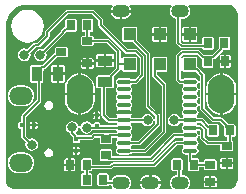
<source format=gbr>
%TF.GenerationSoftware,Altium Limited,Altium Designer,20.1.8 (145)*%
G04 Layer_Physical_Order=1*
G04 Layer_Color=255*
%FSLAX44Y44*%
%MOMM*%
%TF.SameCoordinates,E4642572-F947-42A3-9A2D-1DA0FD0549A1*%
%TF.FilePolarity,Positive*%
%TF.FileFunction,Copper,L1,Top,Signal*%
%TF.Part,Single*%
G01*
G75*
%TA.AperFunction,SMDPad,CuDef*%
G04:AMPARAMS|DCode=10|XSize=1.25mm|YSize=0.85mm|CornerRadius=0.0043mm|HoleSize=0mm|Usage=FLASHONLY|Rotation=270.000|XOffset=0mm|YOffset=0mm|HoleType=Round|Shape=RoundedRectangle|*
%AMROUNDEDRECTD10*
21,1,1.2500,0.8415,0,0,270.0*
21,1,1.2415,0.8500,0,0,270.0*
1,1,0.0085,-0.4208,-0.6208*
1,1,0.0085,-0.4208,0.6208*
1,1,0.0085,0.4208,0.6208*
1,1,0.0085,0.4208,-0.6208*
%
%ADD10ROUNDEDRECTD10*%
G04:AMPARAMS|DCode=11|XSize=1.25mm|YSize=0.85mm|CornerRadius=0.0043mm|HoleSize=0mm|Usage=FLASHONLY|Rotation=0.000|XOffset=0mm|YOffset=0mm|HoleType=Round|Shape=RoundedRectangle|*
%AMROUNDEDRECTD11*
21,1,1.2500,0.8415,0,0,0.0*
21,1,1.2415,0.8500,0,0,0.0*
1,1,0.0085,0.6208,-0.4208*
1,1,0.0085,-0.6208,-0.4208*
1,1,0.0085,-0.6208,0.4208*
1,1,0.0085,0.6208,0.4208*
%
%ADD11ROUNDEDRECTD11*%
%ADD12O,1.1500X0.4000*%
G04:AMPARAMS|DCode=13|XSize=0.6mm|YSize=0.8mm|CornerRadius=0.003mm|HoleSize=0mm|Usage=FLASHONLY|Rotation=270.000|XOffset=0mm|YOffset=0mm|HoleType=Round|Shape=RoundedRectangle|*
%AMROUNDEDRECTD13*
21,1,0.6000,0.7940,0,0,270.0*
21,1,0.5940,0.8000,0,0,270.0*
1,1,0.0060,-0.3970,-0.2970*
1,1,0.0060,-0.3970,0.2970*
1,1,0.0060,0.3970,0.2970*
1,1,0.0060,0.3970,-0.2970*
%
%ADD13ROUNDEDRECTD13*%
G04:AMPARAMS|DCode=14|XSize=0.3mm|YSize=0.4mm|CornerRadius=0.0015mm|HoleSize=0mm|Usage=FLASHONLY|Rotation=90.000|XOffset=0mm|YOffset=0mm|HoleType=Round|Shape=RoundedRectangle|*
%AMROUNDEDRECTD14*
21,1,0.3000,0.3970,0,0,90.0*
21,1,0.2970,0.4000,0,0,90.0*
1,1,0.0030,0.1985,0.1485*
1,1,0.0030,0.1985,-0.1485*
1,1,0.0030,-0.1985,-0.1485*
1,1,0.0030,-0.1985,0.1485*
%
%ADD14ROUNDEDRECTD14*%
G04:AMPARAMS|DCode=15|XSize=0.3mm|YSize=0.4mm|CornerRadius=0.0015mm|HoleSize=0mm|Usage=FLASHONLY|Rotation=0.000|XOffset=0mm|YOffset=0mm|HoleType=Round|Shape=RoundedRectangle|*
%AMROUNDEDRECTD15*
21,1,0.3000,0.3970,0,0,0.0*
21,1,0.2970,0.4000,0,0,0.0*
1,1,0.0030,0.1485,-0.1985*
1,1,0.0030,-0.1485,-0.1985*
1,1,0.0030,-0.1485,0.1985*
1,1,0.0030,0.1485,0.1985*
%
%ADD15ROUNDEDRECTD15*%
G04:AMPARAMS|DCode=16|XSize=0.85mm|YSize=0.65mm|CornerRadius=0.0033mm|HoleSize=0mm|Usage=FLASHONLY|Rotation=270.000|XOffset=0mm|YOffset=0mm|HoleType=Round|Shape=RoundedRectangle|*
%AMROUNDEDRECTD16*
21,1,0.8500,0.6435,0,0,270.0*
21,1,0.8435,0.6500,0,0,270.0*
1,1,0.0065,-0.3218,-0.4218*
1,1,0.0065,-0.3218,0.4218*
1,1,0.0065,0.3218,0.4218*
1,1,0.0065,0.3218,-0.4218*
%
%ADD16ROUNDEDRECTD16*%
G04:AMPARAMS|DCode=17|XSize=0.8mm|YSize=0.7mm|CornerRadius=0.0035mm|HoleSize=0mm|Usage=FLASHONLY|Rotation=270.000|XOffset=0mm|YOffset=0mm|HoleType=Round|Shape=RoundedRectangle|*
%AMROUNDEDRECTD17*
21,1,0.8000,0.6930,0,0,270.0*
21,1,0.7930,0.7000,0,0,270.0*
1,1,0.0070,-0.3465,-0.3965*
1,1,0.0070,-0.3465,0.3965*
1,1,0.0070,0.3465,0.3965*
1,1,0.0070,0.3465,-0.3965*
%
%ADD17ROUNDEDRECTD17*%
G04:AMPARAMS|DCode=18|XSize=0.85mm|YSize=0.65mm|CornerRadius=0.0033mm|HoleSize=0mm|Usage=FLASHONLY|Rotation=0.000|XOffset=0mm|YOffset=0mm|HoleType=Round|Shape=RoundedRectangle|*
%AMROUNDEDRECTD18*
21,1,0.8500,0.6435,0,0,0.0*
21,1,0.8435,0.6500,0,0,0.0*
1,1,0.0065,0.4218,-0.3218*
1,1,0.0065,-0.4218,-0.3218*
1,1,0.0065,-0.4218,0.3218*
1,1,0.0065,0.4218,0.3218*
%
%ADD18ROUNDEDRECTD18*%
G04:AMPARAMS|DCode=19|XSize=0.8mm|YSize=0.7mm|CornerRadius=0.0035mm|HoleSize=0mm|Usage=FLASHONLY|Rotation=0.000|XOffset=0mm|YOffset=0mm|HoleType=Round|Shape=RoundedRectangle|*
%AMROUNDEDRECTD19*
21,1,0.8000,0.6930,0,0,0.0*
21,1,0.7930,0.7000,0,0,0.0*
1,1,0.0070,0.3965,-0.3465*
1,1,0.0070,-0.3965,-0.3465*
1,1,0.0070,-0.3965,0.3465*
1,1,0.0070,0.3965,0.3465*
%
%ADD19ROUNDEDRECTD19*%
%TA.AperFunction,Conductor*%
%ADD20C,0.1270*%
%ADD21C,0.1524*%
%TA.AperFunction,ComponentPad*%
%ADD22O,2.0000X1.5000*%
G04:AMPARAMS|DCode=23|XSize=1mm|YSize=1mm|CornerRadius=0.005mm|HoleSize=0mm|Usage=FLASHONLY|Rotation=0.000|XOffset=0mm|YOffset=0mm|HoleType=Round|Shape=RoundedRectangle|*
%AMROUNDEDRECTD23*
21,1,1.0000,0.9900,0,0,0.0*
21,1,0.9900,1.0000,0,0,0.0*
1,1,0.0100,0.4950,-0.4950*
1,1,0.0100,-0.4950,-0.4950*
1,1,0.0100,-0.4950,0.4950*
1,1,0.0100,0.4950,0.4950*
%
%ADD23ROUNDEDRECTD23*%
G04:AMPARAMS|DCode=24|XSize=2.25mm|YSize=3.25mm|CornerRadius=1.125mm|HoleSize=0mm|Usage=FLASHONLY|Rotation=180.000|XOffset=0mm|YOffset=0mm|HoleType=Round|Shape=RoundedRectangle|*
%AMROUNDEDRECTD24*
21,1,2.2500,1.0000,0,0,180.0*
21,1,0.0000,3.2500,0,0,180.0*
1,1,2.2500,0.0000,0.5000*
1,1,2.2500,0.0000,0.5000*
1,1,2.2500,0.0000,-0.5000*
1,1,2.2500,0.0000,-0.5000*
%
%ADD24ROUNDEDRECTD24*%
%ADD25O,2.2500X3.2500*%
%ADD26O,1.5000X1.1000*%
%TA.AperFunction,ViaPad*%
%ADD27C,0.8000*%
%ADD28C,0.8000*%
G36*
X10220000Y10158165D02*
X10222113Y10157886D01*
X10224083Y10157071D01*
X10225773Y10155773D01*
X10227071Y10154083D01*
X10227886Y10152113D01*
X10228165Y10150000D01*
X10228187D01*
X10228187Y10150000D01*
Y10010000D01*
X10228165D01*
X10227887Y10007887D01*
X10227071Y10005917D01*
X10225773Y10004227D01*
X10224083Y10002929D01*
X10222113Y10002113D01*
X10220000Y10001835D01*
Y10001813D01*
X10186961D01*
X10186394Y10003083D01*
X10187145Y10004062D01*
X10187828Y10005709D01*
X10188060Y10007476D01*
X10187828Y10009244D01*
X10187145Y10010891D01*
X10186060Y10012305D01*
X10184646Y10013390D01*
X10182999Y10014072D01*
X10181232Y10014304D01*
X10180637D01*
Y10017469D01*
X10181156Y10017684D01*
X10181569Y10018683D01*
Y10026613D01*
X10181156Y10027612D01*
X10180157Y10028026D01*
X10173227D01*
X10172228Y10027612D01*
X10171815Y10026613D01*
Y10018683D01*
X10172228Y10017684D01*
X10173227Y10017271D01*
X10176752D01*
Y10014241D01*
X10175464Y10014072D01*
X10173818Y10013390D01*
X10172404Y10012305D01*
X10171318Y10010891D01*
X10170637Y10009244D01*
X10170403Y10007476D01*
X10170637Y10005709D01*
X10171318Y10004062D01*
X10172070Y10003083D01*
X10171503Y10001813D01*
X10161961D01*
X10161394Y10003083D01*
X10162145Y10004062D01*
X10162828Y10005709D01*
X10162927Y10006461D01*
X10154233D01*
X10145537D01*
X10145636Y10005709D01*
X10146318Y10004062D01*
X10147070Y10003083D01*
X10146503Y10001813D01*
X10136961D01*
X10136394Y10003083D01*
X10137145Y10004062D01*
X10137828Y10005709D01*
X10138060Y10007476D01*
X10137828Y10009244D01*
X10137145Y10010891D01*
X10136060Y10012305D01*
X10134646Y10013390D01*
X10132999Y10014072D01*
X10131232Y10014304D01*
X10127232D01*
X10125464Y10014072D01*
X10123818Y10013390D01*
X10122404Y10012305D01*
X10121318Y10010891D01*
X10120709Y10009418D01*
X10119095D01*
Y10013981D01*
X10118682Y10014980D01*
X10117683Y10015394D01*
X10110753D01*
X10109755Y10014980D01*
X10109341Y10013981D01*
Y10006051D01*
X10109755Y10005052D01*
X10110753Y10004639D01*
X10117683D01*
X10118682Y10005052D01*
X10118881Y10005534D01*
X10120709D01*
X10121318Y10004062D01*
X10122070Y10003083D01*
X10121503Y10001813D01*
X10040000D01*
Y10001835D01*
X10037887Y10002114D01*
X10035917Y10002929D01*
X10034227Y10004227D01*
X10032929Y10005917D01*
X10032114Y10007887D01*
X10031835Y10010000D01*
X10031813D01*
X10031813Y10010000D01*
Y10140000D01*
X10031818D01*
X10032167Y10143547D01*
X10033201Y10146958D01*
X10034882Y10150102D01*
X10037143Y10152857D01*
X10039898Y10155118D01*
X10043042Y10156799D01*
X10046453Y10157833D01*
X10050000Y10158182D01*
Y10158187D01*
X10121586D01*
X10122106Y10156917D01*
X10121318Y10155891D01*
X10120636Y10154244D01*
X10120537Y10153492D01*
X10129233D01*
Y10152476D01*
D01*
Y10153492D01*
X10137927D01*
X10137828Y10154244D01*
X10137145Y10155891D01*
X10136357Y10156917D01*
X10136879Y10158187D01*
X10171586D01*
X10172106Y10156917D01*
X10171318Y10155891D01*
X10170637Y10154244D01*
X10170403Y10152476D01*
X10170637Y10150709D01*
X10171318Y10149062D01*
X10172404Y10147648D01*
X10173818Y10146562D01*
X10175464Y10145880D01*
X10175938Y10145818D01*
Y10126074D01*
X10176085Y10125331D01*
X10176506Y10124701D01*
X10179270Y10121938D01*
X10179270Y10121938D01*
X10179900Y10121517D01*
X10180643Y10121368D01*
X10198076D01*
X10198445Y10120477D01*
X10199443Y10120064D01*
X10206373D01*
X10207372Y10120477D01*
X10207786Y10121476D01*
Y10129406D01*
X10207372Y10130405D01*
X10206373Y10130819D01*
X10199443D01*
X10198445Y10130405D01*
X10198031Y10129406D01*
Y10125253D01*
X10181448D01*
X10179822Y10126879D01*
Y10145648D01*
X10181232D01*
X10182999Y10145880D01*
X10184646Y10146562D01*
X10186060Y10147648D01*
X10187145Y10149062D01*
X10187828Y10150709D01*
X10188060Y10152476D01*
X10187828Y10154244D01*
X10187145Y10155891D01*
X10186357Y10156917D01*
X10186879Y10158187D01*
X10220000D01*
Y10158165D01*
D02*
G37*
%LPC*%
G36*
X10137927Y10151460D02*
X10130248D01*
Y10145648D01*
X10131232D01*
X10132999Y10145880D01*
X10134646Y10146562D01*
X10136060Y10147648D01*
X10137145Y10149062D01*
X10137828Y10150709D01*
X10137927Y10151460D01*
D02*
G37*
G36*
X10128217D02*
X10120537D01*
X10120636Y10150709D01*
X10121318Y10149062D01*
X10122404Y10147648D01*
X10123818Y10146562D01*
X10125464Y10145880D01*
X10127232Y10145648D01*
X10128217D01*
Y10151460D01*
D02*
G37*
G36*
X10090353Y10146191D02*
X10083423D01*
X10082425Y10145778D01*
X10082011Y10144779D01*
Y10139356D01*
X10081795Y10139313D01*
X10081165Y10138892D01*
X10081165Y10138892D01*
X10078695Y10136422D01*
X10078274Y10135792D01*
X10078185Y10135348D01*
X10063223Y10120385D01*
X10063126Y10120450D01*
X10061070Y10120859D01*
X10059014Y10120450D01*
X10057271Y10119285D01*
X10056106Y10117542D01*
X10055697Y10115485D01*
X10056106Y10113429D01*
X10057271Y10111686D01*
X10059014Y10110521D01*
X10061070Y10110112D01*
X10063126Y10110521D01*
X10064869Y10111686D01*
X10066035Y10113429D01*
X10066443Y10115485D01*
X10066035Y10117542D01*
X10065970Y10117639D01*
X10081442Y10133110D01*
X10081442Y10133110D01*
X10081863Y10133740D01*
X10081951Y10134185D01*
X10083268Y10135501D01*
X10083423Y10135436D01*
X10090353D01*
X10091353Y10135850D01*
X10091766Y10136849D01*
Y10144779D01*
X10091353Y10145778D01*
X10090353Y10146191D01*
D02*
G37*
G36*
X10192427Y10139368D02*
X10188492D01*
Y10134006D01*
X10193856D01*
Y10137939D01*
X10193437Y10138950D01*
X10192427Y10139368D01*
D02*
G37*
G36*
X10186461D02*
X10182526D01*
X10181516Y10138950D01*
X10181098Y10137939D01*
Y10134006D01*
X10186461D01*
Y10139368D01*
D02*
G37*
G36*
X10167026D02*
X10163093D01*
Y10134006D01*
X10168455D01*
Y10137939D01*
X10168036Y10138950D01*
X10167026Y10139368D01*
D02*
G37*
G36*
X10161061D02*
X10157126D01*
X10156116Y10138950D01*
X10155698Y10137939D01*
Y10134006D01*
X10161061D01*
Y10139368D01*
D02*
G37*
G36*
X10193856Y10131974D02*
X10188492D01*
Y10126611D01*
X10192427D01*
X10193437Y10127029D01*
X10193856Y10128040D01*
Y10131974D01*
D02*
G37*
G36*
X10186461D02*
X10181098D01*
Y10128040D01*
X10181516Y10127029D01*
X10182526Y10126611D01*
X10186461D01*
Y10131974D01*
D02*
G37*
G36*
X10168455D02*
X10163093D01*
Y10126611D01*
X10167026D01*
X10168036Y10127029D01*
X10168455Y10128040D01*
Y10131974D01*
D02*
G37*
G36*
X10161061D02*
X10155698D01*
Y10128040D01*
X10156116Y10127029D01*
X10157126Y10126611D01*
X10161061D01*
Y10131974D01*
D02*
G37*
G36*
X10050000Y10153889D02*
X10046405Y10153416D01*
X10043055Y10152028D01*
X10040179Y10149821D01*
X10037972Y10146945D01*
X10036584Y10143595D01*
X10036111Y10140000D01*
X10036584Y10136405D01*
X10037972Y10133055D01*
X10040179Y10130179D01*
X10043055Y10127972D01*
X10046405Y10126584D01*
X10050000Y10126111D01*
X10053595Y10126584D01*
X10056945Y10127972D01*
X10059821Y10130179D01*
X10062028Y10133055D01*
X10063416Y10136405D01*
X10063889Y10140000D01*
X10063416Y10143595D01*
X10062028Y10146945D01*
X10059821Y10149821D01*
X10056945Y10152028D01*
X10053595Y10153416D01*
X10050000Y10153889D01*
D02*
G37*
G36*
X10220374Y10130819D02*
X10213444D01*
X10212445Y10130405D01*
X10212031Y10129406D01*
Y10121476D01*
X10212047Y10121438D01*
X10206338Y10115729D01*
X10206295D01*
X10206126Y10115799D01*
X10199691D01*
X10199552Y10115741D01*
X10196129Y10119165D01*
X10195499Y10119586D01*
X10194755Y10119734D01*
X10180660D01*
X10179918Y10119586D01*
X10179287Y10119165D01*
X10176407Y10116284D01*
X10175986Y10115654D01*
X10175837Y10114911D01*
Y10094548D01*
X10175986Y10093804D01*
X10176407Y10093174D01*
X10177988Y10091592D01*
X10178619Y10091171D01*
X10179362Y10091024D01*
X10181439D01*
X10181716Y10090608D01*
X10181909Y10090480D01*
Y10088952D01*
X10181716Y10088823D01*
X10180994Y10087742D01*
X10180740Y10086466D01*
X10180994Y10085190D01*
X10181716Y10084108D01*
X10181909Y10083979D01*
Y10082452D01*
X10181716Y10082323D01*
X10180994Y10081241D01*
X10180740Y10079966D01*
X10180994Y10078690D01*
X10181716Y10077608D01*
X10181909Y10077479D01*
Y10075952D01*
X10181716Y10075823D01*
X10180994Y10074742D01*
X10180740Y10073466D01*
X10180994Y10072190D01*
X10181716Y10071108D01*
X10181909Y10070980D01*
Y10069452D01*
X10181716Y10069323D01*
X10180994Y10068242D01*
X10180740Y10066966D01*
X10180994Y10065690D01*
X10181716Y10064608D01*
X10181607Y10063343D01*
X10180811Y10062538D01*
X10179164D01*
X10178009Y10064265D01*
X10176266Y10065430D01*
X10174210Y10065839D01*
X10172153Y10065430D01*
X10170410Y10064265D01*
X10169246Y10062522D01*
X10168837Y10060466D01*
X10169246Y10058409D01*
X10170410Y10056666D01*
X10172153Y10055502D01*
X10174210Y10055093D01*
X10176266Y10055502D01*
X10178009Y10056666D01*
X10179164Y10058394D01*
X10181526D01*
X10181716Y10058108D01*
X10181909Y10057980D01*
Y10056452D01*
X10181716Y10056323D01*
X10180994Y10055242D01*
X10180740Y10053966D01*
X10180994Y10052690D01*
X10181716Y10051608D01*
X10181746Y10050316D01*
X10180864Y10049408D01*
X10174279D01*
X10174279Y10049408D01*
X10173536Y10049260D01*
X10172905Y10048839D01*
X10153852Y10029786D01*
X10121987D01*
Y10034168D01*
X10121573Y10035167D01*
X10120574Y10035580D01*
X10112645D01*
X10111646Y10035167D01*
X10111232Y10034168D01*
Y10027238D01*
X10111646Y10026239D01*
X10112645Y10025825D01*
X10120574D01*
X10120757Y10025901D01*
X10154657D01*
X10155400Y10026049D01*
X10156030Y10026470D01*
X10175084Y10045524D01*
X10181439D01*
X10181716Y10045108D01*
X10181746Y10043815D01*
X10180864Y10042908D01*
X10175513D01*
X10174770Y10042760D01*
X10174140Y10042339D01*
X10156392Y10024590D01*
X10122396D01*
X10121652Y10024443D01*
X10121022Y10024022D01*
X10119869Y10022868D01*
X10104846D01*
Y10026866D01*
X10104432Y10027863D01*
X10103436Y10028276D01*
X10097001D01*
X10096004Y10027863D01*
X10095591Y10026866D01*
Y10018431D01*
X10096004Y10017434D01*
X10097001Y10017021D01*
X10098276D01*
Y10015394D01*
X10096753D01*
X10095754Y10014980D01*
X10095341Y10013981D01*
Y10006051D01*
X10095754Y10005052D01*
X10096753Y10004639D01*
X10103683D01*
X10104682Y10005052D01*
X10105096Y10006051D01*
Y10013981D01*
X10104682Y10014980D01*
X10103683Y10015394D01*
X10102161D01*
Y10017021D01*
X10103436D01*
X10104432Y10017434D01*
X10104846Y10018431D01*
Y10018984D01*
X10120673D01*
X10121417Y10019131D01*
X10122047Y10019553D01*
X10123201Y10020706D01*
X10157196D01*
X10157939Y10020854D01*
X10158569Y10021275D01*
X10176318Y10039023D01*
X10181439D01*
X10181716Y10038608D01*
X10181909Y10038480D01*
Y10036952D01*
X10181716Y10036823D01*
X10180994Y10035742D01*
X10180740Y10034466D01*
X10180994Y10033190D01*
X10181716Y10032108D01*
X10182798Y10031385D01*
X10184074Y10031132D01*
X10185920D01*
Y10026867D01*
X10185814Y10026613D01*
Y10018683D01*
X10186228Y10017684D01*
X10187227Y10017271D01*
X10194157D01*
X10195156Y10017684D01*
X10195569Y10018683D01*
Y10020706D01*
X10199224D01*
Y10019431D01*
X10199636Y10018434D01*
X10200634Y10018021D01*
X10209069D01*
X10210065Y10018434D01*
X10210478Y10019431D01*
Y10025865D01*
X10210065Y10026863D01*
X10209069Y10027275D01*
X10200634D01*
X10199636Y10026863D01*
X10199224Y10025865D01*
Y10024590D01*
X10195569D01*
Y10026613D01*
X10195156Y10027612D01*
X10194157Y10028026D01*
X10189804D01*
Y10031132D01*
X10191574D01*
X10192850Y10031385D01*
X10193932Y10032108D01*
X10194655Y10033190D01*
X10194908Y10034466D01*
X10194655Y10035742D01*
X10193932Y10036823D01*
X10193739Y10036952D01*
Y10038480D01*
X10193932Y10038608D01*
X10194655Y10039690D01*
X10194908Y10040966D01*
X10194655Y10042242D01*
X10193932Y10043323D01*
X10193739Y10043452D01*
Y10044979D01*
X10193932Y10045108D01*
X10194655Y10046190D01*
X10194908Y10047466D01*
X10194655Y10048741D01*
X10193932Y10049823D01*
X10193902Y10051116D01*
X10194384Y10051613D01*
X10195886Y10051621D01*
X10196334Y10051174D01*
Y10045475D01*
X10196482Y10044733D01*
X10196903Y10044102D01*
X10201234Y10039772D01*
X10201863Y10039351D01*
X10202607Y10039203D01*
X10202607Y10039203D01*
X10213224D01*
Y10035313D01*
X10213637Y10034316D01*
X10214634Y10033903D01*
X10223069D01*
X10224066Y10034316D01*
X10224479Y10035313D01*
Y10041748D01*
X10224066Y10042745D01*
X10223334Y10043048D01*
Y10046377D01*
X10224857D01*
X10225855Y10046791D01*
X10226269Y10047789D01*
Y10055720D01*
X10225855Y10056718D01*
X10224857Y10057132D01*
X10220355D01*
X10220325Y10057281D01*
X10219904Y10057911D01*
X10219904Y10057911D01*
X10215630Y10062185D01*
X10215000Y10062606D01*
X10214257Y10062754D01*
X10208354D01*
X10200219Y10070889D01*
Y10098641D01*
X10200219Y10098642D01*
X10200071Y10099385D01*
X10199650Y10100015D01*
X10199650Y10100015D01*
X10194930Y10104734D01*
X10194301Y10105155D01*
X10193856Y10105244D01*
Y10112540D01*
X10193437Y10113550D01*
X10192427Y10113969D01*
X10182526D01*
X10181516Y10113550D01*
X10181098Y10112540D01*
Y10102640D01*
X10181516Y10101630D01*
X10182526Y10101211D01*
X10192427D01*
X10192804Y10101367D01*
X10196334Y10097837D01*
Y10070085D01*
X10196482Y10069341D01*
X10196903Y10068712D01*
X10206176Y10059438D01*
X10206807Y10059017D01*
X10207549Y10058869D01*
X10213452D01*
X10216540Y10055782D01*
X10216514Y10055720D01*
Y10047789D01*
X10216927Y10046791D01*
X10217927Y10046377D01*
X10219449D01*
Y10043158D01*
X10214634D01*
X10214463Y10043087D01*
X10203411D01*
X10200219Y10046280D01*
Y10051978D01*
X10200219Y10051978D01*
X10200071Y10052722D01*
X10199650Y10053351D01*
X10197662Y10055339D01*
X10197032Y10055760D01*
X10196288Y10055908D01*
X10194209D01*
X10193932Y10056323D01*
X10194041Y10057589D01*
X10194837Y10058394D01*
X10196641D01*
X10201507Y10053528D01*
X10201507Y10053528D01*
X10202180Y10053079D01*
X10202514Y10053012D01*
Y10047789D01*
X10202927Y10046791D01*
X10203926Y10046377D01*
X10210856D01*
X10211855Y10046791D01*
X10212269Y10047789D01*
Y10055720D01*
X10211855Y10056718D01*
X10210856Y10057132D01*
X10203926D01*
X10203810Y10057084D01*
X10198964Y10061931D01*
X10198292Y10062380D01*
X10197499Y10062538D01*
X10197499Y10062538D01*
X10194122D01*
X10193932Y10062823D01*
X10193739Y10062952D01*
Y10064479D01*
X10193932Y10064608D01*
X10194655Y10065690D01*
X10194908Y10066966D01*
X10194655Y10068242D01*
X10193932Y10069323D01*
X10193739Y10069452D01*
Y10070980D01*
X10193932Y10071108D01*
X10194655Y10072190D01*
X10194908Y10073466D01*
X10194655Y10074742D01*
X10193932Y10075823D01*
X10193739Y10075952D01*
Y10077479D01*
X10193932Y10077608D01*
X10194655Y10078690D01*
X10194908Y10079966D01*
X10194655Y10081241D01*
X10193932Y10082323D01*
X10193739Y10082452D01*
Y10083979D01*
X10193932Y10084108D01*
X10194655Y10085190D01*
X10194908Y10086466D01*
X10194655Y10087742D01*
X10193932Y10088823D01*
X10193739Y10088952D01*
Y10090480D01*
X10193932Y10090608D01*
X10194655Y10091690D01*
X10194908Y10092966D01*
X10194655Y10094242D01*
X10193932Y10095323D01*
X10192850Y10096046D01*
X10191574Y10096300D01*
X10184074D01*
X10182798Y10096046D01*
X10181716Y10095323D01*
X10181439Y10094908D01*
X10180167D01*
X10179722Y10095352D01*
Y10114106D01*
X10181465Y10115849D01*
X10193951D01*
X10197451Y10112349D01*
X10197451Y10112349D01*
X10198081Y10111928D01*
X10198281Y10111888D01*
Y10105954D01*
X10198694Y10104957D01*
X10199691Y10104544D01*
X10206126D01*
X10207123Y10104957D01*
X10207536Y10105954D01*
Y10111922D01*
X10207885Y10111992D01*
X10208516Y10112413D01*
X10215452Y10119349D01*
X10215873Y10119979D01*
X10215890Y10120064D01*
X10220374D01*
X10221373Y10120477D01*
X10221786Y10121476D01*
Y10129406D01*
X10221373Y10130405D01*
X10220374Y10130819D01*
D02*
G37*
G36*
X10082859Y10122355D02*
X10074919D01*
X10073924Y10121942D01*
X10073511Y10120947D01*
Y10117689D01*
X10073332Y10117653D01*
X10072660Y10117205D01*
X10072660Y10117205D01*
X10062834Y10107379D01*
X10062296D01*
X10062130Y10107447D01*
X10053715D01*
X10052711Y10107031D01*
X10052295Y10106026D01*
Y10093611D01*
X10052711Y10092607D01*
X10053715Y10092191D01*
X10057798D01*
Y10077434D01*
X10045613Y10065250D01*
X10045164Y10064578D01*
X10045007Y10063785D01*
X10045007Y10063785D01*
Y10058970D01*
X10043857D01*
X10042874Y10058562D01*
X10042467Y10057579D01*
Y10054609D01*
X10042874Y10053625D01*
X10043857Y10053218D01*
X10045007D01*
Y10046423D01*
X10045007Y10046423D01*
X10045164Y10045630D01*
X10045613Y10044957D01*
X10048749Y10041823D01*
X10048344Y10039785D01*
X10048752Y10037728D01*
X10049917Y10035985D01*
X10051660Y10034820D01*
X10053716Y10034411D01*
X10055773Y10034820D01*
X10057516Y10035985D01*
X10058681Y10037728D01*
X10059090Y10039785D01*
X10058681Y10041841D01*
X10057516Y10043584D01*
X10055773Y10044749D01*
X10053716Y10045157D01*
X10051679Y10044752D01*
X10049150Y10047281D01*
Y10054444D01*
X10049219Y10054609D01*
Y10057579D01*
X10049150Y10057743D01*
Y10062927D01*
X10061334Y10075111D01*
X10061334Y10075111D01*
X10061783Y10075783D01*
X10061942Y10076576D01*
Y10092191D01*
X10062130D01*
X10063135Y10092607D01*
X10063551Y10093611D01*
Y10102010D01*
X10063692Y10103235D01*
X10064485Y10103392D01*
X10065157Y10103842D01*
X10074916Y10113601D01*
X10074919Y10113600D01*
X10082859D01*
X10083854Y10114012D01*
X10084266Y10115007D01*
Y10120947D01*
X10083854Y10121942D01*
X10082859Y10122355D01*
D02*
G37*
G36*
X10122020Y10116519D02*
X10116829D01*
Y10111906D01*
X10123441D01*
Y10115098D01*
X10123025Y10116102D01*
X10122020Y10116519D01*
D02*
G37*
G36*
X10114797D02*
X10109605D01*
X10108600Y10116102D01*
X10108184Y10115098D01*
Y10111906D01*
X10114797D01*
Y10116519D01*
D02*
G37*
G36*
X10220626Y10115799D02*
X10218425D01*
Y10111188D01*
X10222036D01*
Y10114389D01*
X10221623Y10115386D01*
X10220626Y10115799D01*
D02*
G37*
G36*
X10216393D02*
X10214191D01*
X10213194Y10115386D01*
X10212781Y10114389D01*
Y10111188D01*
X10216393D01*
Y10115799D01*
D02*
G37*
G36*
X10104858Y10112855D02*
X10101904D01*
Y10109493D01*
X10106266D01*
Y10111447D01*
X10105854Y10112443D01*
X10104858Y10112855D01*
D02*
G37*
G36*
X10099872D02*
X10096919D01*
X10095923Y10112443D01*
X10095511Y10111447D01*
Y10109493D01*
X10099872D01*
Y10112855D01*
D02*
G37*
G36*
X10123441Y10109874D02*
X10116829D01*
Y10105262D01*
X10122020D01*
X10123025Y10105678D01*
X10123441Y10106683D01*
Y10109874D01*
D02*
G37*
G36*
X10114797D02*
X10108184D01*
Y10106683D01*
X10108600Y10105678D01*
X10109605Y10105262D01*
X10114797D01*
Y10109874D01*
D02*
G37*
G36*
X10222036Y10109156D02*
X10218425D01*
Y10104544D01*
X10220626D01*
X10221623Y10104957D01*
X10222036Y10105954D01*
Y10109156D01*
D02*
G37*
G36*
X10216393D02*
X10212781D01*
Y10105954D01*
X10213194Y10104957D01*
X10214191Y10104544D01*
X10216393D01*
Y10109156D01*
D02*
G37*
G36*
X10106266Y10107461D02*
X10101904D01*
Y10104100D01*
X10104858D01*
X10105854Y10104512D01*
X10106266Y10105507D01*
Y10107461D01*
D02*
G37*
G36*
X10099872D02*
X10095511D01*
Y10105507D01*
X10095923Y10104512D01*
X10096919Y10104100D01*
X10099872D01*
Y10107461D01*
D02*
G37*
G36*
X10080131Y10107447D02*
X10076939D01*
Y10100835D01*
X10081551D01*
Y10106026D01*
X10081135Y10107031D01*
X10080131Y10107447D01*
D02*
G37*
G36*
X10074907D02*
X10071716D01*
X10070711Y10107031D01*
X10070295Y10106026D01*
Y10100835D01*
X10074907D01*
Y10107447D01*
D02*
G37*
G36*
X10083776Y10154048D02*
X10083033Y10153901D01*
X10082402Y10153480D01*
X10065511Y10136588D01*
X10065090Y10135958D01*
X10064941Y10135214D01*
Y10132563D01*
X10058447Y10126068D01*
X10056263D01*
X10055520Y10125920D01*
X10054890Y10125499D01*
X10049843Y10120452D01*
X10049465Y10120704D01*
X10047409Y10121113D01*
X10045353Y10120704D01*
X10043610Y10119539D01*
X10042445Y10117795D01*
X10042036Y10115739D01*
X10042445Y10113683D01*
X10043610Y10111940D01*
X10045353Y10110775D01*
X10047409Y10110366D01*
X10049465Y10110775D01*
X10051208Y10111940D01*
X10052374Y10113683D01*
X10052783Y10115739D01*
X10052424Y10117540D01*
X10057068Y10122183D01*
X10059251D01*
X10059995Y10122331D01*
X10060624Y10122752D01*
X10068257Y10130385D01*
X10068679Y10131015D01*
X10068826Y10131758D01*
Y10134410D01*
X10084581Y10150164D01*
X10104415D01*
X10110187Y10144391D01*
Y10140743D01*
X10110335Y10140000D01*
X10110756Y10139370D01*
X10132916Y10117209D01*
X10133546Y10116788D01*
X10134290Y10116641D01*
X10141340D01*
X10145061Y10112919D01*
Y10099130D01*
X10140839Y10094908D01*
X10138209D01*
X10137932Y10095323D01*
X10136850Y10096046D01*
X10135574Y10096300D01*
X10128074D01*
X10126798Y10096046D01*
X10125717Y10095323D01*
X10124994Y10094242D01*
X10124740Y10092966D01*
X10124994Y10091690D01*
X10125717Y10090608D01*
X10125909Y10090480D01*
Y10088952D01*
X10125717Y10088823D01*
X10124994Y10087742D01*
X10124740Y10086466D01*
X10124994Y10085190D01*
X10125717Y10084108D01*
X10125909Y10083979D01*
Y10082452D01*
X10125717Y10082323D01*
X10124994Y10081241D01*
X10124740Y10079966D01*
X10124994Y10078690D01*
X10125717Y10077608D01*
X10125909Y10077479D01*
Y10075952D01*
X10125717Y10075823D01*
X10124994Y10074742D01*
X10124740Y10073466D01*
X10124994Y10072190D01*
X10125717Y10071108D01*
X10125909Y10070980D01*
Y10069452D01*
X10125717Y10069323D01*
X10124994Y10068242D01*
X10124942Y10067982D01*
X10131824D01*
X10138706D01*
X10138654Y10068242D01*
X10137932Y10069323D01*
X10137739Y10069452D01*
Y10070980D01*
X10137932Y10071108D01*
X10138654Y10072190D01*
X10138908Y10073466D01*
X10138654Y10074742D01*
X10137932Y10075823D01*
X10137739Y10075952D01*
Y10077479D01*
X10137932Y10077608D01*
X10138654Y10078690D01*
X10138908Y10079966D01*
X10138654Y10081241D01*
X10137932Y10082323D01*
X10137739Y10082452D01*
Y10083979D01*
X10137932Y10084108D01*
X10138654Y10085190D01*
X10138908Y10086466D01*
X10138654Y10087742D01*
X10137932Y10088823D01*
X10137902Y10090116D01*
X10138784Y10091024D01*
X10141644D01*
X10142387Y10091171D01*
X10143017Y10091592D01*
X10148377Y10096952D01*
X10148798Y10097582D01*
X10148945Y10098325D01*
Y10113724D01*
X10148798Y10114467D01*
X10148377Y10115098D01*
X10148376Y10115098D01*
X10143518Y10119957D01*
X10142888Y10120377D01*
X10142144Y10120526D01*
X10135094D01*
X10114072Y10141548D01*
Y10145195D01*
X10114072Y10145196D01*
X10113924Y10145939D01*
X10113503Y10146569D01*
X10113503Y10146569D01*
X10106592Y10153480D01*
X10105962Y10153901D01*
X10105219Y10154048D01*
X10083776D01*
X10083776Y10154048D01*
D02*
G37*
G36*
X10081551Y10098803D02*
X10076939D01*
Y10092191D01*
X10080131D01*
X10081135Y10092607D01*
X10081551Y10093611D01*
Y10098803D01*
D02*
G37*
G36*
X10074907D02*
X10070295D01*
Y10093611D01*
X10070711Y10092607D01*
X10071716Y10092191D01*
X10074907D01*
Y10098803D01*
D02*
G37*
G36*
X10095248Y10099970D02*
Y10083492D01*
X10106860D01*
Y10087476D01*
X10106429Y10090745D01*
X10105168Y10093790D01*
X10103161Y10096406D01*
X10100546Y10098412D01*
X10097501Y10099674D01*
X10095248Y10099970D01*
D02*
G37*
G36*
X10215247Y10099971D02*
Y10083492D01*
X10226860D01*
Y10087476D01*
X10226429Y10090745D01*
X10225168Y10093790D01*
X10223161Y10096406D01*
X10220546Y10098412D01*
X10217501Y10099674D01*
X10215247Y10099971D01*
D02*
G37*
G36*
X10213215Y10099970D02*
X10210964Y10099674D01*
X10207918Y10098412D01*
X10205303Y10096406D01*
X10203296Y10093790D01*
X10202034Y10090745D01*
X10201604Y10087476D01*
Y10083492D01*
X10213215D01*
Y10099970D01*
D02*
G37*
G36*
X10093217Y10099971D02*
X10090964Y10099674D01*
X10087918Y10098412D01*
X10085303Y10096406D01*
X10083296Y10093790D01*
X10082034Y10090745D01*
X10081604Y10087476D01*
Y10083492D01*
X10093217D01*
Y10099971D01*
D02*
G37*
G36*
X10047081Y10089930D02*
X10042081D01*
X10039791Y10089628D01*
X10037657Y10088745D01*
X10035826Y10087339D01*
X10034420Y10085507D01*
X10033536Y10083373D01*
X10033235Y10081085D01*
X10033536Y10078795D01*
X10034420Y10076661D01*
X10035826Y10074830D01*
X10037657Y10073423D01*
X10039791Y10072540D01*
X10042081Y10072239D01*
X10047081D01*
X10049370Y10072540D01*
X10051503Y10073423D01*
X10053336Y10074830D01*
X10054741Y10076661D01*
X10055625Y10078795D01*
X10055926Y10081085D01*
X10055625Y10083373D01*
X10054741Y10085507D01*
X10053336Y10087339D01*
X10051503Y10088745D01*
X10049370Y10089628D01*
X10047081Y10089930D01*
D02*
G37*
G36*
X10068080Y10076628D02*
X10066609Y10076335D01*
X10065363Y10075502D01*
X10064529Y10074255D01*
X10064236Y10072784D01*
X10064529Y10071313D01*
X10065363Y10070067D01*
X10066609Y10069233D01*
X10068080Y10068940D01*
X10069551Y10069233D01*
X10070798Y10070067D01*
X10071631Y10071313D01*
X10071924Y10072784D01*
X10071631Y10074255D01*
X10070798Y10075502D01*
X10069551Y10076335D01*
X10068080Y10076628D01*
D02*
G37*
G36*
X10110107Y10068026D02*
X10109639D01*
Y10065667D01*
X10111498D01*
Y10066635D01*
X10111091Y10067618D01*
X10110107Y10068026D01*
D02*
G37*
G36*
X10107607D02*
X10107137D01*
X10106154Y10067618D01*
X10105746Y10066635D01*
Y10065667D01*
X10107607D01*
Y10068026D01*
D02*
G37*
G36*
X10213215Y10081460D02*
X10201604D01*
Y10077476D01*
X10202034Y10074208D01*
X10203296Y10071162D01*
X10205303Y10068547D01*
X10207918Y10066540D01*
X10210964Y10065278D01*
X10213215Y10064982D01*
Y10081460D01*
D02*
G37*
G36*
X10106860D02*
X10095248D01*
Y10064982D01*
X10097501Y10065278D01*
X10100546Y10066540D01*
X10103161Y10068547D01*
X10105168Y10071162D01*
X10106429Y10074208D01*
X10106860Y10077476D01*
Y10081460D01*
D02*
G37*
G36*
X10093217D02*
X10081604D01*
Y10077476D01*
X10082034Y10074208D01*
X10083296Y10071162D01*
X10085303Y10068547D01*
X10087918Y10066540D01*
X10090964Y10065278D01*
X10093217Y10064982D01*
Y10081460D01*
D02*
G37*
G36*
X10226860D02*
X10215247D01*
Y10064982D01*
X10217501Y10065278D01*
X10220546Y10066540D01*
X10223161Y10068547D01*
X10225168Y10071162D01*
X10226429Y10074208D01*
X10226860Y10077476D01*
Y10081460D01*
D02*
G37*
G36*
X10111498Y10063635D02*
X10109639D01*
Y10061274D01*
X10110107D01*
X10111091Y10061682D01*
X10111498Y10062665D01*
Y10063635D01*
D02*
G37*
G36*
X10107607D02*
X10105746D01*
Y10062665D01*
X10106154Y10061682D01*
X10107137Y10061274D01*
X10107607D01*
Y10063635D01*
D02*
G37*
G36*
X10057328Y10058970D02*
X10056358D01*
Y10057110D01*
X10058718D01*
Y10057579D01*
X10058311Y10058562D01*
X10057328Y10058970D01*
D02*
G37*
G36*
X10054326D02*
X10053358D01*
X10052374Y10058562D01*
X10051967Y10057579D01*
Y10057110D01*
X10054326D01*
Y10058970D01*
D02*
G37*
G36*
X10104354Y10146191D02*
X10097424D01*
X10096425Y10145778D01*
X10096011Y10144779D01*
Y10136849D01*
X10096425Y10135850D01*
X10097424Y10135436D01*
X10098817D01*
Y10131854D01*
X10096919D01*
X10095923Y10131442D01*
X10095511Y10130447D01*
Y10124507D01*
X10095923Y10123513D01*
X10096919Y10123101D01*
X10104858D01*
X10105854Y10123513D01*
X10106266Y10124507D01*
Y10125406D01*
X10117046D01*
X10124727Y10117725D01*
Y10107590D01*
X10124727Y10107590D01*
X10124727Y10107590D01*
Y10104734D01*
X10119678Y10099685D01*
X10119229Y10099013D01*
X10119130Y10098519D01*
X10109605D01*
X10108600Y10098102D01*
X10108184Y10097098D01*
Y10088683D01*
X10108600Y10087678D01*
X10109605Y10087262D01*
X10112775D01*
Y10064467D01*
X10112775Y10064467D01*
X10112932Y10063674D01*
X10113381Y10063002D01*
X10117383Y10059001D01*
X10117383Y10059001D01*
X10118055Y10058552D01*
X10118848Y10058394D01*
X10118848Y10058394D01*
X10125526D01*
X10125717Y10058109D01*
X10125746Y10056816D01*
X10124865Y10055908D01*
X10111498D01*
Y10057135D01*
X10111091Y10058119D01*
X10110107Y10058526D01*
X10107137D01*
X10106154Y10058119D01*
X10105865Y10057420D01*
X10104935Y10057166D01*
X10104496Y10057183D01*
X10103987Y10057944D01*
X10102244Y10059109D01*
X10100187Y10059518D01*
X10098131Y10059109D01*
X10096388Y10057944D01*
X10095223Y10056201D01*
X10094814Y10054145D01*
X10095223Y10052089D01*
X10096388Y10050345D01*
X10098131Y10049181D01*
X10100187Y10048772D01*
X10102244Y10049181D01*
X10103987Y10050345D01*
X10104972Y10051819D01*
X10105839Y10052085D01*
X10106395Y10052082D01*
X10107137Y10051774D01*
X10110107D01*
X10110709Y10052023D01*
X10125439D01*
X10125717Y10051608D01*
X10125746Y10050316D01*
X10124865Y10049408D01*
X10120991D01*
X10120574Y10049581D01*
X10112645D01*
X10112228Y10049408D01*
X10106287D01*
X10105544Y10049260D01*
X10104914Y10048839D01*
X10103555Y10047480D01*
X10093015D01*
X10092826Y10047559D01*
X10092318D01*
X10092291Y10047690D01*
X10091870Y10048320D01*
X10091870Y10048320D01*
X10091312Y10048878D01*
X10091436Y10050142D01*
X10091851Y10050419D01*
X10093016Y10052162D01*
X10093425Y10054219D01*
X10093016Y10056275D01*
X10091851Y10058018D01*
X10090108Y10059183D01*
X10088052Y10059592D01*
X10085995Y10059183D01*
X10084252Y10058018D01*
X10083088Y10056275D01*
X10082678Y10054219D01*
X10083088Y10052162D01*
X10084252Y10050419D01*
X10085995Y10049255D01*
X10086143Y10049225D01*
X10086257Y10048649D01*
X10086678Y10048018D01*
X10088484Y10046213D01*
X10088466Y10046168D01*
Y10042198D01*
X10088873Y10041215D01*
X10089856Y10040807D01*
X10092826D01*
X10093810Y10041215D01*
X10094217Y10042198D01*
Y10043596D01*
X10104360D01*
X10105103Y10043744D01*
X10105733Y10044165D01*
X10107092Y10045524D01*
X10111232D01*
Y10041238D01*
X10111646Y10040239D01*
X10112645Y10039825D01*
X10120574D01*
X10121573Y10040239D01*
X10121987Y10041238D01*
Y10045524D01*
X10125439D01*
X10125717Y10045108D01*
X10125909Y10044979D01*
Y10043452D01*
X10125717Y10043323D01*
X10124994Y10042242D01*
X10124740Y10040966D01*
X10124994Y10039690D01*
X10125717Y10038608D01*
X10125909Y10038480D01*
Y10036952D01*
X10125717Y10036823D01*
X10124994Y10035742D01*
X10124740Y10034466D01*
X10124994Y10033190D01*
X10125717Y10032108D01*
X10126798Y10031385D01*
X10128074Y10031132D01*
X10135574D01*
X10136850Y10031385D01*
X10137932Y10032108D01*
X10138209Y10032523D01*
X10149491D01*
X10150234Y10032672D01*
X10150864Y10033092D01*
X10167000Y10049228D01*
X10167421Y10049858D01*
X10167569Y10050602D01*
Y10090200D01*
X10167421Y10090943D01*
X10167000Y10091573D01*
X10159695Y10098878D01*
Y10101211D01*
X10167026D01*
X10168036Y10101630D01*
X10168455Y10102640D01*
Y10112540D01*
X10168036Y10113550D01*
X10167026Y10113969D01*
X10157126D01*
X10156116Y10113550D01*
X10155698Y10112540D01*
Y10102640D01*
X10155811Y10102368D01*
Y10098074D01*
X10155958Y10097330D01*
X10156379Y10096700D01*
X10163684Y10089395D01*
Y10051406D01*
X10148686Y10036408D01*
X10138209D01*
X10137932Y10036823D01*
X10137902Y10038116D01*
X10138784Y10039023D01*
X10144568D01*
X10145311Y10039171D01*
X10145941Y10039592D01*
X10161728Y10055380D01*
X10162149Y10056010D01*
X10162297Y10056753D01*
Y10064501D01*
X10162149Y10065244D01*
X10161728Y10065874D01*
X10154113Y10073489D01*
Y10116061D01*
X10154113Y10116061D01*
X10153965Y10116804D01*
X10153544Y10117434D01*
X10143021Y10127958D01*
X10143055Y10128040D01*
Y10137939D01*
X10142637Y10138950D01*
X10141627Y10139368D01*
X10131727D01*
X10130716Y10138950D01*
X10130298Y10137939D01*
Y10128040D01*
X10130716Y10127029D01*
X10131727Y10126611D01*
X10139214D01*
X10139247Y10126447D01*
X10139668Y10125817D01*
X10150229Y10115256D01*
Y10072684D01*
X10150377Y10071941D01*
X10150798Y10071310D01*
X10158412Y10063696D01*
Y10057557D01*
X10143763Y10042908D01*
X10138209D01*
X10137932Y10043323D01*
X10137739Y10043452D01*
Y10044979D01*
X10137932Y10045108D01*
X10138654Y10046190D01*
X10138908Y10047466D01*
X10138654Y10048741D01*
X10137932Y10049823D01*
X10137739Y10049952D01*
Y10051479D01*
X10137932Y10051608D01*
X10138654Y10052690D01*
X10138908Y10053966D01*
X10138654Y10055242D01*
X10137932Y10056323D01*
X10138041Y10057589D01*
X10138837Y10058394D01*
X10146823D01*
X10147977Y10056666D01*
X10149720Y10055502D01*
X10151777Y10055093D01*
X10153833Y10055502D01*
X10155576Y10056666D01*
X10156741Y10058409D01*
X10157150Y10060466D01*
X10156741Y10062522D01*
X10155576Y10064265D01*
X10153833Y10065430D01*
X10151777Y10065839D01*
X10149720Y10065430D01*
X10147977Y10064265D01*
X10146823Y10062538D01*
X10138123D01*
X10137932Y10062823D01*
X10137739Y10062952D01*
Y10064479D01*
X10137932Y10064608D01*
X10138654Y10065690D01*
X10138706Y10065950D01*
X10131824D01*
X10124942D01*
X10124994Y10065690D01*
X10125717Y10064608D01*
X10125607Y10063343D01*
X10124811Y10062538D01*
X10119706D01*
X10116918Y10065325D01*
Y10087262D01*
X10122020D01*
X10123025Y10087678D01*
X10123441Y10088683D01*
Y10097098D01*
X10123297Y10097445D01*
X10128264Y10102411D01*
X10128264Y10102411D01*
X10128713Y10103083D01*
X10128871Y10103876D01*
X10128870Y10103877D01*
Y10105518D01*
X10130298D01*
Y10102640D01*
X10130716Y10101630D01*
X10131727Y10101211D01*
X10141627D01*
X10142637Y10101630D01*
X10143055Y10102640D01*
Y10112540D01*
X10142637Y10113550D01*
X10141627Y10113969D01*
X10131727D01*
X10130716Y10113550D01*
X10130298Y10112540D01*
Y10109661D01*
X10128870D01*
Y10118583D01*
X10128713Y10119376D01*
X10128264Y10120048D01*
X10128264Y10120048D01*
X10119370Y10128942D01*
X10118697Y10129391D01*
X10117904Y10129549D01*
X10117904Y10129549D01*
X10106266D01*
Y10130447D01*
X10105854Y10131442D01*
X10104858Y10131854D01*
X10102960D01*
Y10135436D01*
X10104354D01*
X10105353Y10135850D01*
X10105766Y10136849D01*
Y10144779D01*
X10105353Y10145778D01*
X10104354Y10146191D01*
D02*
G37*
G36*
X10058718Y10055078D02*
X10056358D01*
Y10053218D01*
X10057328D01*
X10058311Y10053625D01*
X10058718Y10054609D01*
Y10055078D01*
D02*
G37*
G36*
X10054326D02*
X10051967D01*
Y10054609D01*
X10052374Y10053625D01*
X10053358Y10053218D01*
X10054326D01*
Y10055078D01*
D02*
G37*
G36*
X10092826Y10038059D02*
X10092357D01*
Y10035699D01*
X10094217D01*
Y10036668D01*
X10093810Y10037651D01*
X10092826Y10038059D01*
D02*
G37*
G36*
X10090325D02*
X10089856D01*
X10088873Y10037651D01*
X10088466Y10036668D01*
Y10035699D01*
X10090325D01*
Y10038059D01*
D02*
G37*
G36*
X10094217Y10033667D02*
X10092357D01*
Y10031307D01*
X10092826D01*
X10093810Y10031714D01*
X10094217Y10032698D01*
Y10033667D01*
D02*
G37*
G36*
X10090325D02*
X10088466D01*
Y10032698D01*
X10088873Y10031714D01*
X10089856Y10031307D01*
X10090325D01*
Y10033667D01*
D02*
G37*
G36*
X10068080Y10036628D02*
X10066609Y10036335D01*
X10065363Y10035502D01*
X10064529Y10034255D01*
X10064236Y10032784D01*
X10064529Y10031313D01*
X10065363Y10030067D01*
X10066609Y10029233D01*
X10068080Y10028940D01*
X10069551Y10029233D01*
X10070798Y10030067D01*
X10071631Y10031313D01*
X10071924Y10032784D01*
X10071631Y10034255D01*
X10070798Y10035502D01*
X10069551Y10036335D01*
X10068080Y10036628D01*
D02*
G37*
G36*
X10223069Y10028658D02*
X10219868D01*
Y10025047D01*
X10224479D01*
Y10027249D01*
X10224066Y10028245D01*
X10223069Y10028658D01*
D02*
G37*
G36*
X10217836D02*
X10214634D01*
X10213637Y10028245D01*
X10213224Y10027249D01*
Y10025047D01*
X10217836D01*
Y10028658D01*
D02*
G37*
G36*
X10088936Y10028276D02*
X10086734D01*
Y10023664D01*
X10090345D01*
Y10026866D01*
X10089933Y10027863D01*
X10088936Y10028276D01*
D02*
G37*
G36*
X10084702D02*
X10082501D01*
X10081504Y10027863D01*
X10081091Y10026866D01*
Y10023664D01*
X10084702D01*
Y10028276D01*
D02*
G37*
G36*
X10224479Y10023015D02*
X10219868D01*
Y10019404D01*
X10223069D01*
X10224066Y10019816D01*
X10224479Y10020814D01*
Y10023015D01*
D02*
G37*
G36*
X10217836D02*
X10213224D01*
Y10020814D01*
X10213637Y10019816D01*
X10214634Y10019404D01*
X10217836D01*
Y10023015D01*
D02*
G37*
G36*
X10090345Y10021632D02*
X10086734D01*
Y10017021D01*
X10088936D01*
X10089933Y10017434D01*
X10090345Y10018431D01*
Y10021632D01*
D02*
G37*
G36*
X10084702D02*
X10081091D01*
Y10018431D01*
X10081504Y10017434D01*
X10082501Y10017021D01*
X10084702D01*
Y10021632D01*
D02*
G37*
G36*
X10047081Y10033330D02*
X10042081D01*
X10039791Y10033029D01*
X10037657Y10032145D01*
X10035826Y10030739D01*
X10034420Y10028907D01*
X10033536Y10026774D01*
X10033235Y10024484D01*
X10033536Y10022195D01*
X10034420Y10020062D01*
X10035826Y10018229D01*
X10037657Y10016824D01*
X10039791Y10015940D01*
X10042081Y10015638D01*
X10047081D01*
X10049370Y10015940D01*
X10051503Y10016824D01*
X10053336Y10018229D01*
X10054741Y10020062D01*
X10055625Y10022195D01*
X10055926Y10024484D01*
X10055625Y10026774D01*
X10054741Y10028907D01*
X10053336Y10030739D01*
X10051503Y10032145D01*
X10049370Y10033029D01*
X10047081Y10033330D01*
D02*
G37*
G36*
X10209069Y10012775D02*
X10205867D01*
Y10009164D01*
X10210478D01*
Y10011366D01*
X10210065Y10012363D01*
X10209069Y10012775D01*
D02*
G37*
G36*
X10203835D02*
X10200634D01*
X10199636Y10012363D01*
X10199224Y10011366D01*
Y10009164D01*
X10203835D01*
Y10012775D01*
D02*
G37*
G36*
X10156232Y10014304D02*
X10155249D01*
Y10008493D01*
X10162927D01*
X10162828Y10009244D01*
X10162145Y10010891D01*
X10161060Y10012305D01*
X10159646Y10013390D01*
X10157999Y10014072D01*
X10156232Y10014304D01*
D02*
G37*
G36*
X10153217D02*
X10152232D01*
X10150464Y10014072D01*
X10148818Y10013390D01*
X10147404Y10012305D01*
X10146318Y10010891D01*
X10145636Y10009244D01*
X10145537Y10008493D01*
X10153217D01*
Y10014304D01*
D02*
G37*
G36*
X10210478Y10007132D02*
X10205867D01*
Y10003521D01*
X10209069D01*
X10210065Y10003934D01*
X10210478Y10004930D01*
Y10007132D01*
D02*
G37*
G36*
X10203835D02*
X10199224D01*
Y10004930D01*
X10199636Y10003934D01*
X10200634Y10003521D01*
X10203835D01*
Y10007132D01*
D02*
G37*
%LPD*%
D10*
X10075923Y10099819D02*
D03*
X10057923D02*
D03*
D11*
X10115812Y10110891D02*
D03*
Y10092891D02*
D03*
D12*
X10131824Y10092966D02*
D03*
Y10086466D02*
D03*
Y10079966D02*
D03*
Y10073466D02*
D03*
Y10066966D02*
D03*
Y10060466D02*
D03*
Y10053966D02*
D03*
Y10047466D02*
D03*
Y10040966D02*
D03*
Y10034466D02*
D03*
X10187824Y10092966D02*
D03*
Y10086466D02*
D03*
Y10079966D02*
D03*
Y10073466D02*
D03*
Y10066966D02*
D03*
Y10060466D02*
D03*
Y10053966D02*
D03*
Y10047466D02*
D03*
Y10040966D02*
D03*
Y10034466D02*
D03*
D13*
X10100889Y10108477D02*
D03*
Y10127477D02*
D03*
X10078889Y10117977D02*
D03*
D14*
X10045843Y10056094D02*
D03*
X10055342D02*
D03*
D15*
X10091341Y10044183D02*
D03*
Y10034683D02*
D03*
X10108622Y10055150D02*
D03*
Y10064650D02*
D03*
D16*
X10217408Y10110172D02*
D03*
X10202908D02*
D03*
X10100218Y10022648D02*
D03*
X10085718D02*
D03*
D17*
X10202908Y10125441D02*
D03*
X10216909D02*
D03*
X10190692Y10022648D02*
D03*
X10176692D02*
D03*
X10086888Y10140814D02*
D03*
X10100889D02*
D03*
X10114218Y10010016D02*
D03*
X10100218D02*
D03*
X10221392Y10051755D02*
D03*
X10207391D02*
D03*
D18*
X10204851Y10022648D02*
D03*
Y10008148D02*
D03*
X10218851Y10038531D02*
D03*
X10218851Y10024031D02*
D03*
D19*
X10116609Y10030703D02*
D03*
Y10044703D02*
D03*
D20*
X10160355Y10056753D02*
Y10064501D01*
X10152171Y10072684D02*
Y10116061D01*
Y10072684D02*
X10160355Y10064501D01*
X10165627Y10050602D02*
Y10090200D01*
X10157753Y10098074D02*
Y10103266D01*
Y10098074D02*
X10165627Y10090200D01*
X10176692Y10022648D02*
X10178694Y10020646D01*
Y10008013D02*
Y10020646D01*
Y10008013D02*
X10179232Y10007476D01*
X10190692Y10022648D02*
X10204851D01*
X10187862Y10025478D02*
X10190692Y10022648D01*
X10187824Y10034466D02*
X10187862Y10034428D01*
Y10025478D02*
Y10034428D01*
X10092206Y10045538D02*
X10104360D01*
X10106287Y10047466D02*
X10113847D01*
X10104360Y10045538D02*
X10106287Y10047466D01*
X10113847D02*
X10116609Y10044703D01*
X10091341Y10044673D02*
X10092206Y10045538D01*
X10091341Y10044183D02*
Y10044673D01*
X10180660Y10117791D02*
X10194755D01*
X10202908Y10110172D02*
Y10111107D01*
X10200294Y10113722D02*
X10202908Y10111107D01*
X10198824Y10113722D02*
X10200294D01*
X10194755Y10117791D02*
X10198824Y10113722D01*
X10214078Y10120723D02*
Y10122612D01*
X10207142Y10113787D02*
X10214078Y10120723D01*
X10205524Y10113787D02*
X10207142D01*
X10214078Y10122612D02*
X10216909Y10125441D01*
X10202908Y10111171D02*
X10205524Y10113787D01*
X10198276Y10070085D02*
Y10098642D01*
X10191705Y10103361D02*
X10193557D01*
X10198276Y10098642D01*
X10187476Y10107590D02*
X10191705Y10103361D01*
X10221392Y10041145D02*
Y10051755D01*
X10218851Y10038605D02*
X10221392Y10041145D01*
X10218851Y10038531D02*
Y10038605D01*
X10216237Y10041145D02*
X10218851Y10038531D01*
X10202607Y10041145D02*
X10216237D01*
X10214257Y10060812D02*
X10218530Y10056538D01*
X10207549Y10060812D02*
X10214257D01*
X10218530Y10054615D02*
Y10056538D01*
Y10054615D02*
X10221392Y10051755D01*
X10198276Y10045475D02*
Y10051978D01*
Y10045475D02*
X10202607Y10041145D01*
X10187824Y10053966D02*
X10196288D01*
X10198276Y10051978D01*
Y10070085D02*
X10207549Y10060812D01*
X10122396Y10022648D02*
X10157196D01*
X10175513Y10040966D01*
X10187824D01*
X10059251Y10124125D02*
X10066884Y10131758D01*
Y10135214D02*
X10083776Y10152106D01*
X10066884Y10131758D02*
Y10135214D01*
X10080068Y10134484D02*
Y10135049D01*
X10061324Y10115739D02*
X10080068Y10134484D01*
X10134290Y10118583D02*
X10142144D01*
X10147003Y10113724D01*
Y10098325D02*
Y10113724D01*
X10083776Y10152106D02*
X10105219D01*
X10112130Y10140743D02*
Y10145196D01*
X10105219Y10152106D02*
X10112130Y10145196D01*
X10080068Y10135049D02*
X10082538Y10137519D01*
X10084023D01*
X10086888Y10140384D02*
Y10140814D01*
X10084023Y10137519D02*
X10086888Y10140384D01*
X10056263Y10124125D02*
X10059251D01*
X10112130Y10140743D02*
X10134290Y10118583D01*
X10047409Y10115739D02*
X10047877D01*
X10056263Y10124125D01*
X10141644Y10092966D02*
X10147003Y10098325D01*
X10131824Y10092966D02*
X10141644D01*
X10114218Y10010016D02*
X10116758Y10007476D01*
X10129232D01*
X10141041Y10127191D02*
Y10128625D01*
Y10127191D02*
X10152171Y10116061D01*
X10200778Y10123311D02*
X10202908Y10125441D01*
X10180643Y10123311D02*
X10200778D01*
X10177880Y10126074D02*
Y10156204D01*
Y10126074D02*
X10180643Y10123311D01*
X10177880Y10156204D02*
X10179232Y10157556D01*
X10179362Y10092966D02*
X10187824D01*
X10177780Y10094548D02*
Y10114911D01*
Y10094548D02*
X10179362Y10092966D01*
X10177780Y10114911D02*
X10180660Y10117791D01*
X10100218Y10010016D02*
Y10022648D01*
X10101940Y10020926D01*
X10120673D02*
X10122396Y10022648D01*
X10101940Y10020926D02*
X10120673D01*
X10090497Y10045027D02*
Y10046947D01*
X10088052Y10049391D02*
Y10054219D01*
Y10049391D02*
X10090497Y10046947D01*
X10131824Y10034466D02*
X10149491D01*
X10165627Y10050602D01*
X10119469Y10027844D02*
X10154657D01*
X10174279Y10047466D02*
X10187824D01*
X10154657Y10027844D02*
X10174279Y10047466D01*
X10157753Y10103266D02*
X10162076Y10107590D01*
X10090497Y10045027D02*
X10091341Y10044183D01*
X10131824Y10040966D02*
X10144568D01*
X10160355Y10056753D01*
X10108622Y10054831D02*
Y10055150D01*
Y10054831D02*
X10109487Y10053966D01*
X10131824D01*
X10100187Y10054145D02*
X10107758D01*
X10108622Y10055010D01*
Y10055150D01*
X10116609Y10030703D02*
X10119469Y10027844D01*
X10119118Y10047466D02*
X10131824D01*
X10116609Y10044957D02*
X10119118Y10047466D01*
X10136677Y10132990D02*
X10141041Y10128625D01*
D21*
X10114846Y10091924D02*
X10115812Y10092891D01*
X10114846Y10064467D02*
Y10091924D01*
X10197499Y10060466D02*
X10202972Y10054993D01*
X10204653D01*
X10174210Y10060466D02*
X10197499D01*
X10204653Y10054993D02*
X10207391Y10052255D01*
Y10051755D02*
Y10052255D01*
X10100889Y10127477D02*
Y10140814D01*
X10061411Y10105306D02*
X10063692D01*
X10074125Y10115739D02*
X10076651D01*
X10063692Y10105306D02*
X10074125Y10115739D01*
X10076651D02*
X10078889Y10117977D01*
X10057923Y10101819D02*
X10061411Y10105306D01*
X10057923Y10099819D02*
Y10101819D01*
X10047078Y10063785D02*
X10059869Y10076576D01*
X10057923Y10099819D02*
X10059869Y10097872D01*
Y10076576D02*
Y10097872D01*
X10117904Y10127477D02*
X10126799Y10118583D01*
X10100889Y10127477D02*
X10117904D01*
X10126799Y10107590D02*
Y10118583D01*
X10117654Y10092891D02*
X10121143Y10096378D01*
X10126799Y10103876D02*
Y10107590D01*
X10121143Y10098220D02*
X10126799Y10103876D01*
X10115812Y10092891D02*
X10117654D01*
X10121143Y10096378D02*
Y10098220D01*
X10126799Y10107590D02*
X10136677D01*
X10126799Y10107590D02*
X10126799Y10107590D01*
X10114846Y10064467D02*
X10118848Y10060466D01*
X10047078Y10046423D02*
Y10055356D01*
X10045843Y10056094D02*
X10046340D01*
X10047078Y10046423D02*
X10053716Y10039785D01*
Y10039785D02*
Y10039785D01*
X10047078Y10056832D02*
Y10063785D01*
X10046340Y10056094D02*
X10047078Y10055356D01*
X10046340Y10056094D02*
X10047078Y10056832D01*
X10118848Y10060466D02*
X10131824D01*
X10151777D01*
D22*
X10044581Y10081085D02*
D03*
Y10024484D02*
D03*
D23*
X10187476Y10107590D02*
D03*
X10162076D02*
D03*
X10136677D02*
D03*
X10187476Y10132990D02*
D03*
X10136677D02*
D03*
X10162076D02*
D03*
D24*
X10214232Y10082476D02*
D03*
D25*
X10094232D02*
D03*
D26*
X10129232Y10152476D02*
D03*
X10179232D02*
D03*
X10154232Y10007476D02*
D03*
X10129232D02*
D03*
X10179232D02*
D03*
D27*
X10085748Y10101782D02*
D03*
X10100889Y10116795D02*
D03*
X10195409Y10008148D02*
D03*
X10085718Y10013118D02*
D03*
X10055439Y10049109D02*
D03*
X10120878Y10066966D02*
D03*
X10055342Y10063311D02*
D03*
X10098417Y10034683D02*
D03*
X10107143D02*
D03*
X10218845Y10015436D02*
D03*
X10115812Y10120586D02*
D03*
X10142632Y10066966D02*
D03*
X10101825Y10063285D02*
D03*
D28*
X10061070Y10115485D02*
D03*
X10047409Y10115739D02*
D03*
X10088052Y10054219D02*
D03*
X10100187Y10054145D02*
D03*
X10053716Y10039785D02*
D03*
X10174210Y10060466D02*
D03*
X10151777D02*
D03*
%TF.MD5,bc259973927db49803e22492f07a979a*%
M02*

</source>
